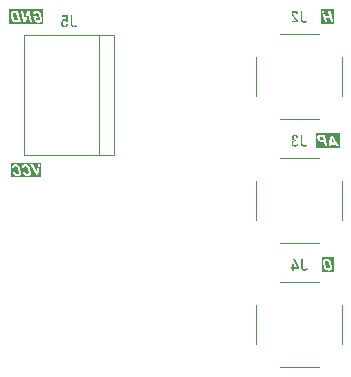
<source format=gbr>
%TF.GenerationSoftware,KiCad,Pcbnew,8.0.2*%
%TF.CreationDate,2025-01-11T01:25:54-03:00*%
%TF.ProjectId,PD,50442e6b-6963-4616-945f-706362585858,rev?*%
%TF.SameCoordinates,Original*%
%TF.FileFunction,Legend,Bot*%
%TF.FilePolarity,Positive*%
%FSLAX46Y46*%
G04 Gerber Fmt 4.6, Leading zero omitted, Abs format (unit mm)*
G04 Created by KiCad (PCBNEW 8.0.2) date 2025-01-11 01:25:54*
%MOMM*%
%LPD*%
G01*
G04 APERTURE LIST*
%ADD10C,0.150000*%
%ADD11C,0.120000*%
G04 APERTURE END LIST*
D10*
G36*
X127889204Y-82603635D02*
G01*
X127937461Y-82622612D01*
X127969957Y-82645635D01*
X128003179Y-82682101D01*
X128027280Y-82726014D01*
X128041276Y-82772397D01*
X128101849Y-83063534D01*
X128107009Y-83113967D01*
X128097406Y-83164193D01*
X128083042Y-83190052D01*
X128044694Y-83222777D01*
X127995522Y-83236755D01*
X127973133Y-83237923D01*
X127923838Y-83232267D01*
X127875593Y-83213193D01*
X127843195Y-83190052D01*
X127809974Y-83153504D01*
X127785873Y-83109683D01*
X127771876Y-83063534D01*
X127711304Y-82772397D01*
X127706143Y-82721715D01*
X127715746Y-82671417D01*
X127730111Y-82645635D01*
X127768339Y-82613077D01*
X127817566Y-82599170D01*
X127840020Y-82598007D01*
X127889204Y-82603635D01*
G37*
G36*
X128412389Y-83536369D02*
G01*
X127400644Y-83536369D01*
X127400644Y-82685726D01*
X127511755Y-82685726D01*
X127514336Y-82721715D01*
X127515411Y-82736704D01*
X127522260Y-82777281D01*
X127580879Y-83058893D01*
X127594648Y-83112154D01*
X127613241Y-83162025D01*
X127636657Y-83208507D01*
X127664898Y-83251601D01*
X127697306Y-83290665D01*
X127733225Y-83325057D01*
X127772655Y-83354778D01*
X127815596Y-83379829D01*
X127861391Y-83399704D01*
X127909385Y-83413900D01*
X127959577Y-83422418D01*
X128011967Y-83425258D01*
X128063273Y-83422418D01*
X128115482Y-83412436D01*
X128161857Y-83395267D01*
X128189532Y-83379829D01*
X128229250Y-83347786D01*
X128260477Y-83308445D01*
X128283212Y-83261805D01*
X128286740Y-83251601D01*
X128297931Y-83202882D01*
X128301278Y-83149875D01*
X128297667Y-83099156D01*
X128290892Y-83058893D01*
X128232274Y-82777281D01*
X128218413Y-82723624D01*
X128199790Y-82673539D01*
X128176404Y-82627026D01*
X128148255Y-82584085D01*
X128115847Y-82545235D01*
X128079928Y-82510996D01*
X128040498Y-82481366D01*
X127997557Y-82456346D01*
X127951746Y-82436471D01*
X127903706Y-82422274D01*
X127853438Y-82413756D01*
X127800941Y-82410917D01*
X127749742Y-82413756D01*
X127697617Y-82423738D01*
X127651287Y-82440908D01*
X127623621Y-82456346D01*
X127583903Y-82488341D01*
X127552676Y-82527539D01*
X127529941Y-82573941D01*
X127526412Y-82584085D01*
X127515123Y-82632645D01*
X127511755Y-82685726D01*
X127400644Y-82685726D01*
X127400644Y-82299806D01*
X128412389Y-82299806D01*
X128412389Y-83536369D01*
G37*
G36*
X103653782Y-75536369D02*
G01*
X101073490Y-75536369D01*
X101073490Y-74720689D01*
X101184601Y-74720689D01*
X101185240Y-74754078D01*
X101375260Y-74754078D01*
X101379794Y-74705291D01*
X101390892Y-74669570D01*
X101419347Y-74628267D01*
X101434123Y-74616570D01*
X101480079Y-74599475D01*
X101501290Y-74598007D01*
X101551298Y-74603722D01*
X101599268Y-74622990D01*
X101630738Y-74646367D01*
X101662632Y-74684093D01*
X101686445Y-74731113D01*
X101701080Y-74781922D01*
X101757745Y-75054741D01*
X101764232Y-75105527D01*
X101758920Y-75156268D01*
X101743579Y-75190052D01*
X101706646Y-75222777D01*
X101657115Y-75236755D01*
X101634158Y-75237923D01*
X101583548Y-75230163D01*
X101536865Y-75206882D01*
X101524249Y-75197379D01*
X101489444Y-75162048D01*
X101462367Y-75121333D01*
X101443648Y-75082096D01*
X101253628Y-75082096D01*
X101272643Y-75128128D01*
X101296979Y-75177015D01*
X101324094Y-75221933D01*
X101353987Y-75262882D01*
X101357919Y-75267721D01*
X101394835Y-75308100D01*
X101434418Y-75342683D01*
X101476666Y-75371469D01*
X101501290Y-75384958D01*
X101547181Y-75404439D01*
X101595005Y-75417544D01*
X101644760Y-75424274D01*
X101673237Y-75425258D01*
X101726421Y-75422556D01*
X101779976Y-75413057D01*
X101826885Y-75396718D01*
X101854465Y-75382027D01*
X101893534Y-75350991D01*
X101923731Y-75312227D01*
X101945054Y-75265735D01*
X101948254Y-75255509D01*
X101957893Y-75205955D01*
X101959881Y-75150992D01*
X101955225Y-75097594D01*
X101947766Y-75054741D01*
X101891101Y-74781922D01*
X101878696Y-74731910D01*
X101874932Y-74720689D01*
X102022843Y-74720689D01*
X102023481Y-74754078D01*
X102213502Y-74754078D01*
X102218035Y-74705291D01*
X102229133Y-74669570D01*
X102257589Y-74628267D01*
X102272364Y-74616570D01*
X102318320Y-74599475D01*
X102339531Y-74598007D01*
X102389539Y-74603722D01*
X102437510Y-74622990D01*
X102468980Y-74646367D01*
X102500874Y-74684093D01*
X102524686Y-74731113D01*
X102539322Y-74781922D01*
X102595986Y-75054741D01*
X102602474Y-75105527D01*
X102597162Y-75156268D01*
X102581820Y-75190052D01*
X102544888Y-75222777D01*
X102495357Y-75236755D01*
X102472399Y-75237923D01*
X102421790Y-75230163D01*
X102375107Y-75206882D01*
X102362490Y-75197379D01*
X102327685Y-75162048D01*
X102300609Y-75121333D01*
X102281890Y-75082096D01*
X102091869Y-75082096D01*
X102110884Y-75128128D01*
X102135221Y-75177015D01*
X102162336Y-75221933D01*
X102192229Y-75262882D01*
X102196161Y-75267721D01*
X102233077Y-75308100D01*
X102272659Y-75342683D01*
X102314908Y-75371469D01*
X102339531Y-75384958D01*
X102385423Y-75404439D01*
X102433246Y-75417544D01*
X102483001Y-75424274D01*
X102511478Y-75425258D01*
X102564662Y-75422556D01*
X102618217Y-75413057D01*
X102665126Y-75396718D01*
X102692706Y-75382027D01*
X102731776Y-75350991D01*
X102761972Y-75312227D01*
X102783296Y-75265735D01*
X102786496Y-75255509D01*
X102796134Y-75205955D01*
X102798122Y-75150992D01*
X102793466Y-75097594D01*
X102786007Y-75054741D01*
X102729343Y-74781922D01*
X102716937Y-74731910D01*
X102701306Y-74685311D01*
X102679492Y-74636233D01*
X102653465Y-74591613D01*
X102646300Y-74581154D01*
X102615175Y-74542198D01*
X102575815Y-74504210D01*
X102531858Y-74472405D01*
X102499999Y-74454637D01*
X102454554Y-74435509D01*
X102406148Y-74421847D01*
X102400408Y-74420931D01*
X102752302Y-74420931D01*
X103282309Y-75415000D01*
X103425435Y-75415000D01*
X103542671Y-74420931D01*
X103354116Y-74420931D01*
X103285240Y-75084050D01*
X102940857Y-74420931D01*
X102752302Y-74420931D01*
X102400408Y-74420931D01*
X102354781Y-74413650D01*
X102300452Y-74410917D01*
X102250918Y-74414105D01*
X102201182Y-74425125D01*
X102152919Y-74446337D01*
X102144870Y-74451217D01*
X102105021Y-74483224D01*
X102072791Y-74523831D01*
X102050103Y-74568210D01*
X102033965Y-74619210D01*
X102025518Y-74670616D01*
X102022843Y-74720689D01*
X101874932Y-74720689D01*
X101863065Y-74685311D01*
X101841251Y-74636233D01*
X101815224Y-74591613D01*
X101808059Y-74581154D01*
X101776933Y-74542198D01*
X101737574Y-74504210D01*
X101693617Y-74472405D01*
X101661757Y-74454637D01*
X101616313Y-74435509D01*
X101567907Y-74421847D01*
X101516540Y-74413650D01*
X101462211Y-74410917D01*
X101412677Y-74414105D01*
X101362941Y-74425125D01*
X101314678Y-74446337D01*
X101306628Y-74451217D01*
X101266779Y-74483224D01*
X101234550Y-74523831D01*
X101211862Y-74568210D01*
X101195724Y-74619210D01*
X101187277Y-74670616D01*
X101184601Y-74720689D01*
X101073490Y-74720689D01*
X101073490Y-74299806D01*
X103653782Y-74299806D01*
X103653782Y-75536369D01*
G37*
G36*
X101696047Y-62234504D02*
G01*
X101553558Y-62234504D01*
X101500177Y-62230139D01*
X101452998Y-62217044D01*
X101408264Y-62192557D01*
X101404570Y-62189808D01*
X101369066Y-62154697D01*
X101343490Y-62111159D01*
X101328854Y-62064267D01*
X101268038Y-61771664D01*
X101263205Y-61720105D01*
X101274907Y-61670410D01*
X101291485Y-61645879D01*
X101332334Y-61617098D01*
X101379871Y-61604205D01*
X101421911Y-61601427D01*
X101564453Y-61601427D01*
X101696047Y-62234504D01*
G37*
G36*
X103857679Y-62536369D02*
G01*
X100958029Y-62536369D01*
X100958029Y-61660869D01*
X101069140Y-61660869D01*
X101070119Y-61716396D01*
X101070637Y-61720105D01*
X101077153Y-61766762D01*
X101079238Y-61777281D01*
X101137856Y-62058893D01*
X101151198Y-62110291D01*
X101169242Y-62158483D01*
X101191987Y-62203470D01*
X101219434Y-62245251D01*
X101251323Y-62283108D01*
X101287638Y-62316570D01*
X101328381Y-62345635D01*
X101373551Y-62370303D01*
X101422888Y-62389858D01*
X101476377Y-62403825D01*
X101526586Y-62411464D01*
X101579974Y-62414825D01*
X101595812Y-62415000D01*
X101733565Y-62415000D01*
X101916747Y-62415000D01*
X101710117Y-61420931D01*
X101945079Y-61420931D01*
X102151464Y-62414267D01*
X102376656Y-62414267D01*
X102572312Y-61697249D01*
X102721283Y-62414267D01*
X102896405Y-62414267D01*
X102748142Y-61700672D01*
X102956952Y-61700672D01*
X102956977Y-61706207D01*
X103154814Y-61706207D01*
X103170699Y-61658559D01*
X103197801Y-61631224D01*
X103244297Y-61609895D01*
X103285484Y-61604846D01*
X103334251Y-61610618D01*
X103382250Y-61630081D01*
X103414688Y-61653695D01*
X103447799Y-61690775D01*
X103471906Y-61735187D01*
X103486007Y-61781922D01*
X103547068Y-62075258D01*
X103550777Y-62124282D01*
X103536699Y-62171579D01*
X103524598Y-62188586D01*
X103484774Y-62217638D01*
X103434650Y-62230047D01*
X103412002Y-62231085D01*
X103363043Y-62225630D01*
X103315164Y-62207237D01*
X103283041Y-62184923D01*
X103247596Y-62145184D01*
X103224276Y-62099765D01*
X103211722Y-62056207D01*
X103208059Y-62039598D01*
X103355093Y-62039598D01*
X103317724Y-61859347D01*
X102980669Y-61859347D01*
X103020969Y-62053276D01*
X103033050Y-62100967D01*
X103051323Y-62152151D01*
X103074358Y-62199794D01*
X103102156Y-62243895D01*
X103105965Y-62249159D01*
X103138450Y-62288695D01*
X103174353Y-62323531D01*
X103213676Y-62353664D01*
X103256419Y-62379096D01*
X103301894Y-62399292D01*
X103349659Y-62413717D01*
X103399713Y-62422373D01*
X103452057Y-62425258D01*
X103503654Y-62422556D01*
X103556299Y-62413057D01*
X103603225Y-62396718D01*
X103631332Y-62382027D01*
X103671813Y-62351396D01*
X103703803Y-62313849D01*
X103727302Y-62269384D01*
X103730983Y-62259661D01*
X103743543Y-62207650D01*
X103746568Y-62156475D01*
X103742671Y-62107516D01*
X103737089Y-62075258D01*
X103676028Y-61781922D01*
X103664054Y-61734254D01*
X103645903Y-61683154D01*
X103622990Y-61635656D01*
X103595314Y-61591761D01*
X103591520Y-61586528D01*
X103559036Y-61547113D01*
X103523132Y-61512400D01*
X103483809Y-61482389D01*
X103441067Y-61457079D01*
X103395469Y-61436883D01*
X103347583Y-61422458D01*
X103297406Y-61413802D01*
X103244940Y-61410917D01*
X103192122Y-61414519D01*
X103143884Y-61425324D01*
X103096112Y-61445529D01*
X103092044Y-61447798D01*
X103050870Y-61476645D01*
X103016680Y-61512477D01*
X102991660Y-61551113D01*
X102971473Y-61599302D01*
X102960635Y-61647769D01*
X102956952Y-61700672D01*
X102748142Y-61700672D01*
X102690020Y-61420931D01*
X102466049Y-61420931D01*
X102271564Y-62148266D01*
X102120445Y-61420931D01*
X101945079Y-61420931D01*
X101710117Y-61420931D01*
X101617794Y-61420931D01*
X101388450Y-61420931D01*
X101333710Y-61423215D01*
X101283979Y-61430066D01*
X101230913Y-61444317D01*
X101185060Y-61465146D01*
X101140681Y-61497759D01*
X101124667Y-61514476D01*
X101094945Y-61558942D01*
X101076302Y-61610700D01*
X101069140Y-61660869D01*
X100958029Y-61660869D01*
X100958029Y-61299806D01*
X103857679Y-61299806D01*
X103857679Y-62536369D01*
G37*
G36*
X127575110Y-72349089D02*
G01*
X127363746Y-72349089D01*
X127314375Y-72339507D01*
X127276307Y-72315139D01*
X127245105Y-72275755D01*
X127227943Y-72229405D01*
X127227215Y-72225990D01*
X127224101Y-72174883D01*
X127238694Y-72135376D01*
X127278288Y-72106201D01*
X127312211Y-72101427D01*
X127523630Y-72101427D01*
X127575110Y-72349089D01*
G37*
G36*
X128490725Y-72575258D02*
G01*
X128258335Y-72575258D01*
X128304081Y-72236249D01*
X128490725Y-72575258D01*
G37*
G36*
X128986232Y-73026111D02*
G01*
X126917926Y-73026111D01*
X126917926Y-72165346D01*
X127029037Y-72165346D01*
X127030183Y-72174883D01*
X127034951Y-72214543D01*
X127037194Y-72225990D01*
X127050439Y-72275675D01*
X127069016Y-72321689D01*
X127095911Y-72368510D01*
X127108513Y-72385969D01*
X127143694Y-72425707D01*
X127183598Y-72459433D01*
X127228225Y-72487149D01*
X127237717Y-72491971D01*
X127287081Y-72511677D01*
X127339307Y-72524085D01*
X127388757Y-72529012D01*
X127405756Y-72529340D01*
X127612578Y-72529340D01*
X127692742Y-72915000D01*
X127875924Y-72915000D01*
X128015386Y-72915000D01*
X128212490Y-72915000D01*
X128233979Y-72755753D01*
X128590098Y-72755753D01*
X128677773Y-72915000D01*
X128875121Y-72915000D01*
X128296754Y-71920931D01*
X128180494Y-71920931D01*
X128071815Y-72575258D01*
X128015386Y-72915000D01*
X127875924Y-72915000D01*
X127669294Y-71920931D01*
X127585519Y-71920931D01*
X127279238Y-71920931D01*
X127230035Y-71923945D01*
X127181119Y-71934364D01*
X127134310Y-71954419D01*
X127126587Y-71959033D01*
X127086161Y-71991720D01*
X127056107Y-72032993D01*
X127041834Y-72065279D01*
X127030487Y-72115124D01*
X127029037Y-72165346D01*
X126917926Y-72165346D01*
X126917926Y-71809820D01*
X128986232Y-71809820D01*
X128986232Y-73026111D01*
G37*
G36*
X128478940Y-62526111D02*
G01*
X127334457Y-62526111D01*
X127334457Y-61420931D01*
X127445568Y-61420931D01*
X127652198Y-62415000D01*
X127835624Y-62415000D01*
X127751906Y-62012243D01*
X128100929Y-62012243D01*
X128184647Y-62415000D01*
X128367829Y-62415000D01*
X128161200Y-61420931D01*
X127978018Y-61420931D01*
X128063462Y-61831992D01*
X127714439Y-61831992D01*
X127628995Y-61420931D01*
X127445568Y-61420931D01*
X127334457Y-61420931D01*
X127334457Y-61309820D01*
X128478940Y-61309820D01*
X128478940Y-62526111D01*
G37*
G36*
X106460641Y-62825259D02*
G01*
X106513296Y-62821478D01*
X106563123Y-62810136D01*
X106605966Y-62793263D01*
X106648724Y-62768039D01*
X106688721Y-62733543D01*
X106714165Y-62702893D01*
X106600104Y-62620827D01*
X106567521Y-62658329D01*
X106544661Y-62672851D01*
X106497602Y-62688146D01*
X106460641Y-62691169D01*
X106409054Y-62685195D01*
X106362651Y-62665051D01*
X106334612Y-62640611D01*
X106307226Y-62596922D01*
X106293226Y-62546736D01*
X106289671Y-62498462D01*
X106289671Y-61821176D01*
X106150208Y-61821176D01*
X106150208Y-62499194D01*
X106153059Y-62554908D01*
X106161611Y-62605726D01*
X106178795Y-62658829D01*
X106203740Y-62705270D01*
X106231297Y-62739774D01*
X106269904Y-62773083D01*
X106314985Y-62798211D01*
X106366542Y-62815157D01*
X106415887Y-62823172D01*
X106460641Y-62825259D01*
G37*
G36*
X105647312Y-62825259D02*
G01*
X105701458Y-62821183D01*
X105750566Y-62808955D01*
X105799791Y-62785456D01*
X105833670Y-62760046D01*
X105866658Y-62723974D01*
X105892837Y-62681216D01*
X105912209Y-62631773D01*
X105923574Y-62583024D01*
X105924772Y-62575643D01*
X105924772Y-62575154D01*
X105785310Y-62575154D01*
X105785310Y-62575643D01*
X105770594Y-62624308D01*
X105741590Y-62660883D01*
X105696979Y-62684515D01*
X105647312Y-62691169D01*
X105597936Y-62683793D01*
X105553386Y-62656949D01*
X105543753Y-62646473D01*
X105518709Y-62600351D01*
X105508405Y-62549655D01*
X105507117Y-62520444D01*
X105507117Y-62436913D01*
X105511446Y-62385354D01*
X105527725Y-62335659D01*
X105543753Y-62311128D01*
X105584755Y-62279221D01*
X105635031Y-62267066D01*
X105647312Y-62266675D01*
X105695746Y-62276373D01*
X105716922Y-62287192D01*
X105755600Y-62319229D01*
X105775784Y-62344589D01*
X105903035Y-62344589D01*
X105903035Y-61821176D01*
X105396475Y-61821176D01*
X105396475Y-61953556D01*
X105763572Y-61953556D01*
X105763572Y-62177282D01*
X105721074Y-62150904D01*
X105705442Y-62144554D01*
X105656395Y-62133563D01*
X105639741Y-62132830D01*
X105585710Y-62136640D01*
X105537312Y-62148071D01*
X105488899Y-62170465D01*
X105447843Y-62202812D01*
X105438729Y-62212453D01*
X105407634Y-62256341D01*
X105387713Y-62301429D01*
X105374595Y-62352759D01*
X105368765Y-62401723D01*
X105367654Y-62436913D01*
X105367654Y-62520444D01*
X105370230Y-62572714D01*
X105379747Y-62627835D01*
X105396276Y-62676645D01*
X105423754Y-62724699D01*
X105440927Y-62745636D01*
X105481212Y-62780471D01*
X105529038Y-62805353D01*
X105577071Y-62818960D01*
X105630878Y-62824948D01*
X105647312Y-62825259D01*
G37*
G36*
X125977738Y-83425258D02*
G01*
X126030393Y-83421477D01*
X126080220Y-83410135D01*
X126123063Y-83393262D01*
X126165821Y-83368038D01*
X126205818Y-83333542D01*
X126231262Y-83302892D01*
X126117201Y-83220826D01*
X126084618Y-83258328D01*
X126061758Y-83272850D01*
X126014699Y-83288145D01*
X125977738Y-83291168D01*
X125926151Y-83285194D01*
X125879748Y-83265050D01*
X125851709Y-83240610D01*
X125824323Y-83196921D01*
X125810323Y-83146735D01*
X125806768Y-83098461D01*
X125806768Y-82421175D01*
X125667305Y-82421175D01*
X125667305Y-83099193D01*
X125670156Y-83154907D01*
X125678708Y-83205725D01*
X125695892Y-83258828D01*
X125720837Y-83305269D01*
X125748394Y-83339773D01*
X125787001Y-83373082D01*
X125832082Y-83398210D01*
X125883639Y-83415156D01*
X125932984Y-83423171D01*
X125977738Y-83425258D01*
G37*
G36*
X125455547Y-83262592D02*
G01*
X125455547Y-83141448D01*
X125121911Y-82421664D01*
X124978541Y-82421664D01*
X125303872Y-83133387D01*
X124816363Y-83133387D01*
X124816363Y-83262592D01*
X125455547Y-83262592D01*
G37*
G36*
X125026901Y-83415732D02*
G01*
X125026901Y-82830526D01*
X124890857Y-82830526D01*
X124890857Y-83415732D01*
X125026901Y-83415732D01*
G37*
G36*
X125941102Y-62425258D02*
G01*
X125993757Y-62421477D01*
X126043584Y-62410135D01*
X126086427Y-62393262D01*
X126129185Y-62368038D01*
X126169182Y-62333542D01*
X126194626Y-62302892D01*
X126080565Y-62220826D01*
X126047982Y-62258328D01*
X126025122Y-62272850D01*
X125978063Y-62288145D01*
X125941102Y-62291168D01*
X125889515Y-62285194D01*
X125843112Y-62265050D01*
X125815073Y-62240610D01*
X125787687Y-62196921D01*
X125773687Y-62146735D01*
X125770132Y-62098461D01*
X125770132Y-61421175D01*
X125630669Y-61421175D01*
X125630669Y-62099193D01*
X125633520Y-62154907D01*
X125642072Y-62205725D01*
X125659256Y-62258828D01*
X125684201Y-62305269D01*
X125711758Y-62339773D01*
X125750365Y-62373082D01*
X125795446Y-62398210D01*
X125847003Y-62415156D01*
X125896348Y-62423171D01*
X125941102Y-62425258D01*
G37*
G36*
X125420376Y-62415000D02*
G01*
X125420376Y-62294099D01*
X125073796Y-61831992D01*
X125045599Y-61789003D01*
X125026901Y-61749926D01*
X125012830Y-61701182D01*
X125010048Y-61669815D01*
X125010048Y-61668593D01*
X125017723Y-61618626D01*
X125044975Y-61576270D01*
X125087229Y-61551540D01*
X125136223Y-61543426D01*
X125144138Y-61543297D01*
X125192503Y-61550169D01*
X125237475Y-61574853D01*
X125242323Y-61579200D01*
X125271321Y-61619408D01*
X125286668Y-61668748D01*
X125288485Y-61680806D01*
X125288485Y-61681538D01*
X125432588Y-61681538D01*
X125432588Y-61680806D01*
X125421851Y-61627369D01*
X125405667Y-61579472D01*
X125380503Y-61531517D01*
X125348224Y-61490797D01*
X125339043Y-61481748D01*
X125298743Y-61450759D01*
X125253070Y-61428625D01*
X125202023Y-61415344D01*
X125152949Y-61410986D01*
X125145603Y-61410917D01*
X125089861Y-61414155D01*
X125039962Y-61423867D01*
X124990091Y-61442895D01*
X124947852Y-61470380D01*
X124938485Y-61478572D01*
X124906428Y-61515896D01*
X124883530Y-61560211D01*
X124869792Y-61611517D01*
X124865284Y-61662145D01*
X124865212Y-61669815D01*
X124865212Y-61670547D01*
X124870042Y-61721133D01*
X124883266Y-61770381D01*
X124887194Y-61781189D01*
X124907718Y-61827176D01*
X124933966Y-61871470D01*
X124948011Y-61891343D01*
X125235729Y-62282376D01*
X124859839Y-62282376D01*
X124859839Y-62415000D01*
X125420376Y-62415000D01*
G37*
G36*
X125949406Y-72925258D02*
G01*
X126002061Y-72921477D01*
X126051888Y-72910135D01*
X126094731Y-72893262D01*
X126137489Y-72868038D01*
X126177486Y-72833542D01*
X126202930Y-72802892D01*
X126088869Y-72720826D01*
X126056286Y-72758328D01*
X126033426Y-72772850D01*
X125986367Y-72788145D01*
X125949406Y-72791168D01*
X125897819Y-72785194D01*
X125851416Y-72765050D01*
X125823377Y-72740610D01*
X125795991Y-72696921D01*
X125781991Y-72646735D01*
X125778436Y-72598461D01*
X125778436Y-71921175D01*
X125638973Y-71921175D01*
X125638973Y-72599193D01*
X125641824Y-72654907D01*
X125650376Y-72705725D01*
X125667560Y-72758828D01*
X125692505Y-72805269D01*
X125720062Y-72839773D01*
X125758669Y-72873082D01*
X125803750Y-72898210D01*
X125855307Y-72915156D01*
X125904652Y-72923171D01*
X125949406Y-72925258D01*
G37*
G36*
X125156594Y-72925258D02*
G01*
X125207079Y-72922300D01*
X125257929Y-72912215D01*
X125303872Y-72894972D01*
X125347813Y-72868296D01*
X125384747Y-72834064D01*
X125405477Y-72807044D01*
X125430241Y-72760527D01*
X125446243Y-72711792D01*
X125454570Y-72667581D01*
X125312421Y-72667581D01*
X125298055Y-72717196D01*
X125266868Y-72757756D01*
X125261862Y-72761615D01*
X125215029Y-72783780D01*
X125164533Y-72791053D01*
X125156594Y-72791168D01*
X125105552Y-72785082D01*
X125059381Y-72762932D01*
X125049371Y-72754288D01*
X125021847Y-72713111D01*
X125011362Y-72662768D01*
X125011025Y-72650484D01*
X125011025Y-72620443D01*
X125016108Y-72569346D01*
X125034888Y-72521802D01*
X125047173Y-72505404D01*
X125087716Y-72476127D01*
X125137565Y-72464974D01*
X125149755Y-72464616D01*
X125220097Y-72464616D01*
X125220097Y-72331992D01*
X125149755Y-72331992D01*
X125100528Y-72324317D01*
X125059141Y-72297065D01*
X125034366Y-72251890D01*
X125027420Y-72202576D01*
X125027389Y-72198635D01*
X125027389Y-72167861D01*
X125034849Y-72118580D01*
X125061339Y-72077002D01*
X125105216Y-72051846D01*
X125157326Y-72044762D01*
X125205870Y-72052212D01*
X125246475Y-72074560D01*
X125277372Y-72112967D01*
X125294990Y-72160698D01*
X125296789Y-72168593D01*
X125438206Y-72168593D01*
X125426408Y-72117414D01*
X125406800Y-72065478D01*
X125380658Y-72020534D01*
X125347983Y-71982581D01*
X125343440Y-71978328D01*
X125304239Y-71948836D01*
X125260153Y-71927770D01*
X125211182Y-71915130D01*
X125157326Y-71910917D01*
X125103807Y-71914155D01*
X125055873Y-71923867D01*
X125007933Y-71942895D01*
X124967289Y-71970380D01*
X124958269Y-71978572D01*
X124924265Y-72020995D01*
X124903383Y-72066035D01*
X124891293Y-72117975D01*
X124887927Y-72169082D01*
X124887927Y-72185690D01*
X124892689Y-72234596D01*
X124908746Y-72282681D01*
X124928227Y-72315139D01*
X124963157Y-72352302D01*
X125007499Y-72381359D01*
X125042288Y-72396228D01*
X124995033Y-72411350D01*
X124951317Y-72438232D01*
X124916259Y-72475851D01*
X124890811Y-72522820D01*
X124876844Y-72572432D01*
X124871737Y-72622711D01*
X124871562Y-72634609D01*
X124871562Y-72651217D01*
X124875127Y-72705473D01*
X124885821Y-72754120D01*
X124906772Y-72802846D01*
X124937036Y-72844245D01*
X124946056Y-72853450D01*
X124987150Y-72884866D01*
X125035938Y-72907306D01*
X125084938Y-72919578D01*
X125139829Y-72924977D01*
X125156594Y-72925258D01*
G37*
D11*
%TO.C,J5*%
X102190000Y-63460000D02*
X102190000Y-73620000D01*
X102190000Y-73620000D02*
X109810000Y-73620000D01*
X108540000Y-63460000D02*
X108540000Y-73620000D01*
X109810000Y-63460000D02*
X102190000Y-63460000D01*
X109810000Y-73620000D02*
X109810000Y-63460000D01*
%TO.C,J4*%
X121890000Y-89660000D02*
X121890000Y-86340000D01*
X123840000Y-84390000D02*
X127160000Y-84390000D01*
X123840000Y-91610000D02*
X127160000Y-91610000D01*
X129110000Y-89660000D02*
X129110000Y-86340000D01*
%TO.C,J2*%
X121890000Y-68660000D02*
X121890000Y-65340000D01*
X123840000Y-63390000D02*
X127160000Y-63390000D01*
X123840000Y-70610000D02*
X127160000Y-70610000D01*
X129110000Y-68660000D02*
X129110000Y-65340000D01*
%TO.C,J3*%
X121890000Y-79160000D02*
X121890000Y-75840000D01*
X123840000Y-73890000D02*
X127160000Y-73890000D01*
X123840000Y-81110000D02*
X127160000Y-81110000D01*
X129110000Y-79160000D02*
X129110000Y-75840000D01*
%TD*%
M02*

</source>
